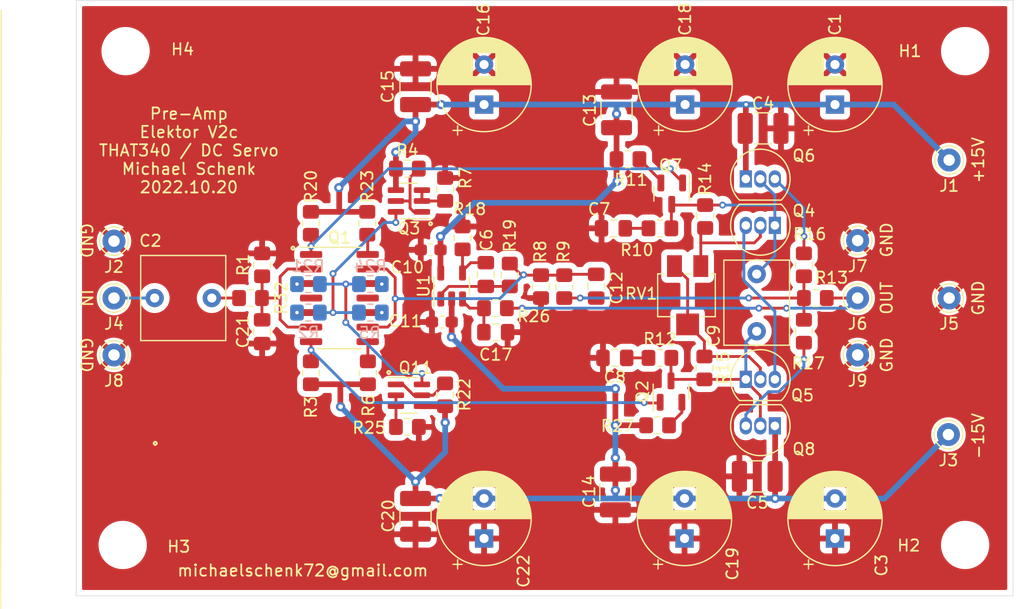
<source format=kicad_pcb>
(kicad_pcb (version 20211014) (generator pcbnew)
  (layers (0 "F.Cu" signal) (31 "B.Cu" signal) (34 "B.Paste" user) (35 "F.Paste" user) (36 "B.SilkS" user "B.Silkscreen") (37 "F.SilkS" user "F.Silkscreen") (38 "B.Mask" user) (39 "F.Mask" user) (44 "Edge.Cuts" user))
  (net 0 "")
  (net 1 "GND")
  (net 2 "+15V")
  (net 3 "Net-(C2-Pad2)")
  (net 4 "Net-(C2-Pad1)")
  (net 5 "-15V")
  (net 6 "Net-(C7-Pad2)")
  (net 7 "Net-(Q2-Pad2)")
  (net 8 "Net-(Q7-Pad2)")
  (net 9 "Net-(C12-Pad2)")
  (net 10 "Net-(C12-Pad1)")
  (net 11 "Net-(Q11-Pad1)")
  (net 12 "Net-(Q11-Pad6)")
  (net 13 "Net-(Q11-Pad2)")
  (net 14 "Net-(Q3-Pad6)")
  (net 15 "Net-(Q3-Pad1)")
  (net 16 "Net-(Q3-Pad2)")
  (net 17 "Net-(C8-Pad1)")
  (net 18 "Net-(C9-Pad2)")
  (net 19 "Net-(C9-Pad1)")
  (net 20 "Net-(Q4-Pad3)")
  (net 21 "Net-(Q4-Pad2)")
  (net 22 "Net-(Q5-Pad2)")
  (net 23 "Net-(Q6-Pad3)")
  (net 24 "Net-(Q8-Pad3)")
  (net 25 "Net-(C21-Pad2)")
  (net 26 "Net-(C6-Pad2)")
  (net 27 "DCSERVO_OUT")
  (net 28 "Net-(C17-Pad2)")
  (net 29 "DCSERVO_IN")
  (net 30 "Net-(Q7-Pad1)")
  (net 31 "Net-(R21-Pad1)")
  (net 33 "Net-(R2-Pad2)")
  (net 34 "Net-(Q2-Pad1)")
  (net 35 "Net-(R6-Pad1)")
  (net 36 "Net-(R5-Pad2)")
  (net 38 "Net-(R24-Pad1)")
  (net 39 "Net-(R23-Pad2)")
  (footprint "Capacitor_THT:CP_Radial_D8.0mm_P3.50mm" (layer "F.Cu") (at 188.2648 105.0036 90)
    (fp_text reference "C1")
    (fp_text value "220uF")
  )
  (footprint "Capacitor_THT:C_Rect_L7.2mm_W7.2mm_P5.00mm_FKS2_FKP2_MKS2_MKP2" (layer "F.Cu") (at 133.778 121.92 180)
    (fp_text reference "C2")
    (fp_text value "3.3uF")
  )
  (footprint "Capacitor_SMD:C_1210_3225Metric_Pad1.33x2.70mm_HandSolder" (layer "F.Cu") (at 181.4699 137.5156 180)
    (fp_text reference "C5")
    (fp_text value "100nF")
  )
  (footprint "Connector_Pin:Pin_D1.0mm_L10.0mm" (layer "F.Cu") (at 125.222 116.9416)
    (fp_text reference "J2")
    (fp_text value "Conn_01x01")
  )
  (footprint "Connector_Pin:Pin_D1.0mm_L10.0mm" (layer "F.Cu") (at 125.222 121.92)
    (fp_text reference "J4")
    (fp_text value "Conn_01x01")
  )
  (footprint "Package_TO_SOT_SMD:SOT-23" (layer "F.Cu") (at 173.99 112.792 -90)
    (fp_text reference "Q7")
    (fp_text value "BC860C")
  )
  (footprint "Resistor_SMD:R_0805_2012Metric_Pad1.20x1.40mm_HandSolder" (layer "F.Cu") (at 138.176 119.015 90)
    (fp_text reference "R1")
    (fp_text value "10k")
  )
  (footprint "Resistor_SMD:R_0805_2012Metric_Pad1.20x1.40mm_HandSolder" (layer "F.Cu") (at 142.4432 128.4572 -90)
    (fp_text reference "R3")
    (fp_text value "806R")
  )
  (footprint "Resistor_SMD:R_0805_2012Metric_Pad1.20x1.40mm_HandSolder" (layer "F.Cu") (at 150.8727 110.604452)
    (fp_text reference "R4")
    (fp_text value "140R")
  )
  (footprint "Resistor_SMD:R_0805_2012Metric_Pad1.20x1.40mm_HandSolder" (layer "F.Cu") (at 147.4216 128.4572 -90)
    (fp_text reference "R6")
    (fp_text value "806R")
  )
  (footprint "Resistor_SMD:R_0805_2012Metric_Pad1.20x1.40mm_HandSolder" (layer "F.Cu") (at 164.592 120.92 90)
    (fp_text reference "R9")
    (fp_text value "10k")
  )
  (footprint "MountingHole:MountingHole_3.2mm_M3" (layer "F.Cu") (at 199.644 143.51)
    (fp_text reference "H2")
    (fp_text value "MountingHole")
  )
  (footprint "MountingHole:MountingHole_3.2mm_M3" (layer "F.Cu") (at 199.644 100.33)
    (fp_text reference "H1")
    (fp_text value "MountingHole")
  )
  (footprint "Resistor_SMD:R_0805_2012Metric_Pad1.20x1.40mm_HandSolder" (layer "F.Cu") (at 170.164 109.7788)
    (fp_text reference "R11")
    (fp_text value "249R")
  )
  (footprint "MountingHole:MountingHole_3.2mm_M3" (layer "F.Cu") (at 126.238 100.33)
    (fp_text reference "H4")
    (fp_text value "MountingHole")
  )
  (footprint "Resistor_SMD:R_0805_2012Metric_Pad1.20x1.40mm_HandSolder" (layer "F.Cu") (at 162.56 120.92 -90)
    (fp_text reference "R8")
    (fp_text value "10k")
  )
  (footprint "Capacitor_SMD:C_0805_2012Metric_Pad1.18x1.45mm_HandSolder" (layer "F.Cu") (at 167.386 120.8825 90)
    (fp_text reference "C12")
    (fp_text value "6.8pF")
  )
  (footprint "Capacitor_SMD:C_1210_3225Metric_Pad1.33x2.70mm_HandSolder" (layer "F.Cu") (at 169.0624 138.8749 -90)
    (fp_text reference "C14")
    (fp_text value "100nF")
  )
  (footprint "Resistor_SMD:R_0805_2012Metric_Pad1.20x1.40mm_HandSolder" (layer "F.Cu") (at 154.178 112.423852 90)
    (fp_text reference "R7")
    (fp_text value "10k")
  )
  (footprint "Connector_Pin:Pin_D1.0mm_L10.0mm" (layer "F.Cu") (at 190.246 121.92)
    (fp_text reference "J6")
    (fp_text value "Conn_01x01")
  )
  (footprint "Connector_Pin:Pin_D1.0mm_L10.0mm" (layer "F.Cu") (at 190.246 116.8908)
    (fp_text reference "J7")
    (fp_text value "Conn_01x01")
  )
  (footprint "Resistor_SMD:R_0805_2012Metric_Pad1.20x1.40mm_HandSolder" (layer "F.Cu") (at 142.4432 115.3828 -90)
    (fp_text reference "R20")
    (fp_text value "806R")
  )
  (footprint "Resistor_SMD:R_0805_2012Metric_Pad1.20x1.40mm_HandSolder" (layer "F.Cu") (at 154.170093 130.3814 -90)
    (fp_text reference "R22")
    (fp_text value "140R")
  )
  (footprint "Resistor_SMD:R_0805_2012Metric_Pad1.20x1.40mm_HandSolder" (layer "F.Cu") (at 147.3708 115.3828 -90)
    (fp_text reference "R23")
    (fp_text value "806R")
  )
  (footprint "Resistor_SMD:R_0805_2012Metric_Pad1.20x1.40mm_HandSolder" (layer "F.Cu") (at 150.877493 133.1914 180)
    (fp_text reference "R25")
    (fp_text value "10k")
  )
  (footprint "Resistor_SMD:R_0805_2012Metric_Pad1.20x1.40mm_HandSolder" (layer "F.Cu") (at 172.7548 133.0452 180)
    (fp_text reference "R27")
    (fp_text value "249R")
  )
  (footprint "Connector_Pin:Pin_D1.0mm_L10.0mm" (layer "F.Cu") (at 198.247 109.855)
    (fp_text reference "J1")
    (fp_text value "Conn_01x01")
  )
  (footprint "Connector_Pin:Pin_D1.0mm_L10.0mm" (layer "F.Cu") (at 198.1835 133.858)
    (fp_text reference "J3")
    (fp_text value "Conn_01x01")
  )
  (footprint "Connector_Pin:Pin_D1.0mm_L10.0mm" (layer "F.Cu") (at 198.247 121.92)
    (fp_text reference "J5")
    (fp_text value "Conn_01x01")
  )
  (footprint "Capacitor_THT:CP_Radial_D8.0mm_P3.50mm" (layer "F.Cu") (at 175.1584 105 90)
    (fp_text reference "C18")
    (fp_text value "220uF")
  )
  (footprint "Capacitor_THT:CP_Radial_D8.0mm_P3.50mm" (layer "F.Cu") (at 175.1076 142.946 90)
    (fp_text reference "C19")
    (fp_text value "220uF")
  )
  (footprint "Resistor_SMD:R_0805_2012Metric_Pad1.20x1.40mm_HandSolder" (layer "F.Cu") (at 186.547 121.92 180)
    (fp_text reference "R13")
    (fp_text value "47R")
  )
  (footprint "Package_SO:SC-74-6_1.5x2.9mm_P0.95mm" (layer "F.Cu") (at 151.0102 113.434052 180)
    (fp_text reference "Q3")
    (fp_text value "BCM857DS,115")
  )
  (footprint "Package_SO:SC-74-6_1.5x2.9mm_P0.95mm" (layer "F.Cu") (at 151.010293 130.4203)
    (fp_text reference "Q11")
    (fp_text value "BCM847DS,115")
  )
  (footprint "Capacitor_SMD:C_1210_3225Metric_Pad1.33x2.70mm_HandSolder" (layer "F.Cu") (at 169.164 105.4608 -90)
    (fp_text reference "C13")
    (fp_text value "100nF")
  )
  (footprint "Capacitor_SMD:C_0805_2012Metric_Pad1.18x1.45mm_HandSolder" (layer "F.Cu") (at 168.8885 115.824)
    (fp_text reference "C7")
    (fp_text value "150p")
  )
  (footprint "Capacitor_SMD:C_0805_2012Metric_Pad1.18x1.45mm_HandSolder" (layer "F.Cu") (at 169.0155 127.1524 180)
    (fp_text reference "C8")
    (fp_text value "150p")
  )
  (footprint "Capacitor_THT:C_Rect_L7.2mm_W5.5mm_P5.00mm_FKS2_FKP2_MKS2_MKP2" (layer "F.Cu") (at 181.4195 124.8245 90)
    (fp_text reference "C9")
    (fp_text value "1uF")
  )
  (footprint "Package_TO_SOT_SMD:SOT-23" (layer "F.Cu") (at 173.9265 130.0955 90)
    (fp_text reference "Q2")
    (fp_text value "BC850C")
  )
  (footprint "Package_TO_SOT_THT:TO-92_Inline" (layer "F.Cu") (at 183.007 115.57 180)
    (fp_text reference "Q4")
    (fp_text value "BC550C")
  )
  (footprint "Package_TO_SOT_THT:TO-92_Inline" (layer "F.Cu") (at 180.467 129.032)
    (fp_text reference "Q5")
    (fp_text value "BC560C")
  )
  (footprint "Package_TO_SOT_THT:TO-92_Inline" (layer "F.Cu") (at 180.467 111.506)
    (fp_text reference "Q6")
    (fp_text value "BC337-40")
  )
  (footprint "Package_TO_SOT_THT:TO-92_Inline" (layer "F.Cu") (at 183.007 133.096 180)
    (fp_text reference "Q8")
    (fp_text value "BC327-40")
  )
  (footprint "Resistor_SMD:R_0805_2012Metric_Pad1.20x1.40mm_HandSolder" (layer "F.Cu") (at 172.958 115.824 180)
    (fp_text reference "R10")
    (fp_text value "10k")
  )
  (footprint "Resistor_SMD:R_0805_2012Metric_Pad1.20x1.40mm_HandSolder" (layer "F.Cu") (at 172.958 127.1524)
    (fp_text reference "R12")
    (fp_text value "10k")
  )
  (footprint "Resistor_SMD:R_0805_2012Metric_Pad1.20x1.40mm_HandSolder" (layer "F.Cu") (at 176.911 114.792 -90)
    (fp_text reference "R14")
    (fp_text value "390R")
  )
  (footprint "Resistor_SMD:R_0805_2012Metric_Pad1.20x1.40mm_HandSolder" (layer "F.Cu") (at 176.8475 128.032 -90)
    (fp_text reference "R15")
    (fp_text value "390R")
  )
  (footprint "Resistor_SMD:R_0805_2012Metric_Pad1.20x1.40mm_HandSolder" (layer "F.Cu") (at 185.547 119.015 -90)
    (fp_text reference "R16")
    (fp_text value "10R")
  )
  (footprint "Resistor_SMD:R_0805_2012Metric_Pad1.20x1.40mm_HandSolder" (layer "F.Cu") (at 185.547 124.825 -90)
    (fp_text reference "R17")
    (fp_text value "10R")
  )
  (footprint "Potentiometer_SMD:Potentiometer_Bourns_3214X_Vertical" (layer "F.Cu") (at 175.38 121.676)
    (fp_text reference "RV1")
    (fp_text value "10k")
  )
  (footprint "MountingHole:MountingHole_3.2mm_M3" (layer "F.Cu") (at 125.984 143.51)
    (fp_text reference "H3")
    (fp_text value "MountingHole")
  )
  (footprint "Capacitor_SMD:C_1210_3225Metric_Pad1.33x2.70mm_HandSolder" (layer "F.Cu") (at 181.9779 107.0864 180)
    (fp_text reference "C4")
    (fp_text value "100nF")
  )
  (footprint "Capacitor_THT:CP_Radial_D8.0mm_P3.50mm" (layer "F.Cu") (at 188.2648 142.946 90)
    (fp_text reference "C3")
    (fp_text value "220uF")
  )
  (footprint "Capacitor_SMD:C_0805_2012Metric_Pad1.18x1.45mm_HandSolder" (layer "F.Cu") (at 138.176 124.8625 90)
    (fp_text reference "C21")
    (fp_text value "33p")
  )
  (footprint "Resistor_SMD:R_0805_2012Metric_Pad1.20x1.40mm_HandSolder" (layer "F.Cu") (at 137.16 121.92 180)
    (fp_text reference "R32")
    (fp_text value "470R")
  )
  (footprint "Capacitor_SMD:C_0805_2012Metric_Pad1.18x1.45mm_HandSolder" (layer "F.Cu") (at 157.734 119.8665 90)
    (fp_text reference "C6")
    (fp_text value "1uF")
  )
  (footprint "Capacitor_SMD:C_0603_1608Metric_Pad1.08x0.95mm_HandSolder" (layer "F.Cu") (at 152.9091 117.7036)
    (fp_text reference "C10")
    (fp_text value "100nF")
  )
  (footprint "Capacitor_SMD:C_0603_1608Metric_Pad1.08x0.95mm_HandSolder" (layer "F.Cu") (at 153.887 124.0155)
    (fp_text reference "C11")
    (fp_text value "100nF")
  )
  (footprint "Capacitor_SMD:C_0805_2012Metric_Pad1.18x1.45mm_HandSolder" (layer "F.Cu") (at 158.6015 124.9045 180)
    (fp_text reference "C17")
    (fp_text value "1uF")
  )
  (footprint "Resistor_SMD:R_0805_2012Metric_Pad1.20x1.40mm_HandSolder" (layer "F.Cu") (at 155.702 116.6655 90)
    (fp_text reference "R18")
    (fp_text value "100k")
  )
  (footprint "Resistor_SMD:R_0805_2012Metric_Pad1.20x1.40mm_HandSolder" (layer "F.Cu") (at 159.8295 119.904 90)
    (fp_text reference "R19")
    (fp_text value "10k")
  )
  (footprint "Resistor_SMD:R_0805_2012Metric_Pad1.20x1.40mm_HandSolder" (layer "F.Cu") (at 158.5755 122.809 180)
    (fp_text reference "R26")
    (fp_text value "100k")
  )
  (footprint "Package_TO_SOT_SMD:TSOT-23-5" (layer "F.Cu") (at 154.747 120.864 90)
    (fp_text reference "U1")
    (fp_text value "OPA188xxDBV")
  )
  (footprint "Capacitor_SMD:C_1210_3225Metric_Pad1.33x2.70mm_HandSolder" (layer "F.Cu") (at 151.5872 141.0085 -90)
    (fp_text reference "C20")
    (fp_text value "100nF")
  )
  (footprint "Capacitor_THT:CP_Radial_D8.0mm_P3.50mm" (layer "F.Cu") (at 157.5816 142.946 90)
    (fp_text reference "C22")
    (fp_text value "220uF")
  )
  (footprint "Capacitor_SMD:C_1210_3225Metric_Pad1.33x2.70mm_HandSolder" (layer "F.Cu") (at 151.5872 103.4411 -90)
    (fp_text reference "C15")
    (fp_text value "100nF")
  )
  (footprint "Connector_Pin:Pin_D1.0mm_L10.0mm" (layer "F.Cu") (at 125.222 126.8984)
    (fp_text reference "J8")
    (fp_text value "Conn_01x01")
  )
  (footprint "Connector_Pin:Pin_D1.0mm_L10.0mm" (layer "F.Cu") (at 190.246 126.8984)
    (fp_text reference "J9")
    (fp_text value "Conn_01x01")
  )
  (footprint "Capacitor_THT:CP_Radial_D8.0mm_P3.50mm" (layer "F.Cu") (at 157.5816 105.0036 90)
    (fp_text reference "C16")
    (fp_text value "220uF")
  )
  (footprint "Package_SO:SOIC-14_3.9x8.7mm_P1.27mm" (layer "F.Cu") (at 144.9324 121.92)
    (fp_text reference "Q1")
    (fp_text value "THAT340")
  )
  (footprint "Resistor_SMD:R_0805_2012Metric_Pad1.20x1.40mm_HandSolder" (layer "B.Cu") (at 142.224 123.19 180)
    (fp_text reference "R2")
    (fp_text value "80.6R")
  )
  (footprint "Resistor_SMD:R_0805_2012Metric_Pad1.20x1.40mm_HandSolder" (layer "B.Cu") (at 147.6408 123.19)
    (fp_text reference "R5")
    (fp_text value "80.6R")
  )
  (footprint "Resistor_SMD:R_0805_2012Metric_Pad1.20x1.40mm_HandSolder" (layer "B.Cu") (at 142.224 120.7008)
    (fp_text reference "R21")
    (fp_text value "80.6R")
  )
  (footprint "Resistor_SMD:R_0805_2012Metric_Pad1.20x1.40mm_HandSolder" (layer "B.Cu") (at 147.6408 120.7008 180)
    (fp_text reference "R24")
    (fp_text value "80.6R")
  )
  (gr_line (start 115.3668 96.774) (end 115.316 149.0472) (layer "F.SilkS") (width 0.12))
  (gr_line (start 203.835 95.885) (end 121.92 95.885) (layer "Edge.Cuts") (width 0.05))
  (gr_line (start 203.835 147.955) (end 203.835 95.885) (layer "Edge.Cuts") (width 0.05))
  (gr_line (start 121.92 147.955) (end 203.835 147.955) (layer "Edge.Cuts") (width 0.05))
  (gr_line (start 121.92 96.52) (end 121.92 147.955) (layer "Edge.Cuts") (width 0.05))
  (gr_line (start 121.92 95.885) (end 121.92 96.52) (layer "Edge.Cuts") (width 0.05))
  (gr_text "GND" (at 192.786 116.84 90) (layer "F.SilkS") (effects (font (size 1 1))))
  (gr_text "OUT" (at 192.786 121.92 90) (layer "F.SilkS") (effects (font (size 1 1))))
  (gr_text "michaelschenk72@gmail.com" (at 141.732 145.7452) (layer "F.SilkS") (effects (font (size 1 1))))
  (gr_text "GND" (at 200.787 121.92 90) (layer "F.SilkS") (effects (font (size 1 1))))
  (gr_text "+15V" (at 200.787 109.855 90) (layer "F.SilkS") (effects (font (size 1 1))))
  (gr_text "-15V" (at 200.787 133.985 90) (layer "F.SilkS") (effects (font (size 1 1))))
  (gr_text "Pre-Amp\nElektor V2c\nTHAT340 / DC Servo\nMichael Schenk\n2022.10.20" (at 131.7752 109.0168) (layer "F.SilkS") (effects (font (size 1 1))))
  (gr_text "°" (at 149.2504 128.8288) (layer "F.SilkS") (effects (font (size 1 1))))
  (gr_text "°" (at 140.8684 117.9576) (layer "F.SilkS") (effects (font (size 1 1))))
  (gr_text "IN" (at 122.809 121.92 270) (layer "F.SilkS") (effects (font (size 1 1))))
  (gr_text "GND" (at 192.786 126.8984 90) (layer "F.SilkS") (effects (font (size 1 1))))
  (gr_text "GND" (at 122.809 116.8908 270) (layer "F.SilkS") (effects (font (size 1 1))))
  (gr_text "GND" (at 122.809 126.8984 270) (layer "F.SilkS") (effects (font (size 1 1))))
  (gr_text "°" (at 128.8288 135.0264) (layer "F.SilkS") (effects (font (size 1 1))))
  (gr_text "°" (at 152.908 115.824) (layer "F.SilkS") (effects (font (size 1 1))))
  (segment (start 169.164 111.6584) (end 169.2148 111.7092) (width 0.5) (layer "F.Cu") (net 2))
  (segment (start 151.5872 105.0036) (end 153.8224 105.0036) (width 0.5) (layer "F.Cu") (net 2))
  (segment (start 169.164 109.7788) (end 169.164 111.6584) (width 0.5) (layer "F.Cu") (net 2))
  (segment (start 147.3708 114.3828) (end 144.9136 114.3828) (width 0.5) (layer "F.Cu") (net 2))
  (segment (start 153.7716 117.7036) (end 153.7716 116.5352) (width 0.5) (layer "F.Cu") (net 2))
  (segment (start 144.9136 114.3828) (end 144.9136 112.3) (width 0.5) (layer "F.Cu") (net 2))
  (segment (start 153.7716 119.5286) (end 153.797 119.554) (width 0.5) (layer "F.Cu") (net 2))
  (segment (start 149.8727 109.1819) (end 149.86 109.1692) (width 0.5) (layer "F.Cu") (net 2))
  (segment (start 151.5872 105.0036) (end 151.5872 106.4768) (width 0.5) (layer "F.Cu") (net 2))
  (segment (start 144.9136 114.3828) (end 142.4432 114.3828) (width 0.5) (layer "F.Cu") (net 2))
  (segment (start 180.467 111.506) (end 180.467 107.061) (width 0.5) (layer "F.Cu") (net 2))
  (segment (start 169.164 107.0233) (end 169.164 105.8164) (width 0.5) (layer "F.Cu") (net 2))
  (segment (start 149.8727 110.604452) (end 149.8727 112.484052) (width 0.5) (layer "F.Cu") (net 2))
  (segment (start 169.164 107.0233) (end 169.164 109.7788) (width 0.5) (layer "F.Cu") (net 2))
  (segment (start 144.9136 112.3) (end 144.8816 112.268) (width 0.5) (layer "F.Cu") (net 2))
  (segment (start 180.467 105.0218) (end 180.4888 105) (width 0.5) (layer "F.Cu") (net 2))
  (segment (start 180.467 107.061) (end 180.467 105.0218) (width 0.5) (layer "F.Cu") (net 2))
  (segment (start 153.7716 117.7036) (end 153.7716 119.5286) (width 0.5) (layer "F.Cu") (net 2))
  (segment (start 149.8727 110.604452) (end 149.8727 109.1819) (width 0.5) (layer "F.Cu") (net 2))
  (via (at 169.164 105.8164) (size 0.8) (drill 0.4) (layers "F.Cu" "B.Cu") (net 2))
  (via (at 153.8224 105.0036) (size 0.8) (drill 0.4) (layers "F.Cu" "B.Cu") (net 2))
  (via (at 144.8816 112.268) (size 0.8) (drill 0.4) (layers "F.Cu" "B.Cu") (net 2))
  (via (at 180.4888 105) (size 0.6) (drill 0.3) (layers "F.Cu" "B.Cu") (net 2))
  (via (at 149.86 109.1692) (size 0.8) (drill 0.4) (layers "F.Cu" "B.Cu") (net 2))
  (via (at 153.7716 116.5352) (size 0.8) (drill 0.4) (layers "F.Cu" "B.Cu") (net 2))
  (via (at 151.5872 106.4768) (size 0.8) (drill 0.4) (layers "F.Cu" "B.Cu") (net 2))
  (via (at 169.2148 111.7092) (size 0.8) (drill 0.4) (layers "F.Cu" "B.Cu") (net 2))
  (segment (start 198.247 109.855) (end 193.3956 105.0036) (width 0.5) (layer "B.Cu") (net 2))
  (segment (start 167.3352 113.5888) (end 169.2148 111.7092) (width 0.5) (layer "B.Cu") (net 2))
  (segment (start 169.164 105.0472) (end 169.1168 105) (width 0.5) (layer "B.Cu") (net 2))
  (segment (start 144.8816 112.268) (end 150.6728 106.4768) (width 0.5) (layer "B.Cu") (net 2))
  (segment (start 151.5872 106.4768) (end 151.5872 107.442) (width 0.5) (layer "B.Cu") (net 2))
  (segment (start 156.718 113.5888) (end 167.3352 113.5888) (width 0.5) (layer "B.Cu") (net 2))
  (segment (start 153.8224 105.0036) (end 157.5816 105.0036) (width 0.5) (layer "B.Cu") (net 2))
  (segment (start 150.6728 106.4768) (end 151.5872 106.4768) (width 0.5) (layer "B.Cu") (net 2))
  (segment (start 193.3956 105.0036) (end 188 105.0036) (width 0.5) (layer "B.Cu") (net 2))
  (segment (start 153.7716 116.5352) (end 156.718 113.5888) (width 0.5) (layer "B.Cu") (net 2))
  (segment (start 169.1168 105) (end 180.4888 105) (width 0.5) (layer "B.Cu") (net 2))
  (segment (start 157.5852 105) (end 157.5816 105.0036) (width 0.5) (layer "B.Cu") (net 2))
  (segment (start 151.5872 107.442) (end 149.86 109.1692) (width 0.5) (layer "B.Cu") (net 2))
  (segment (start 180.4888 105) (end 187.9964 105) (width 0.5) (layer "B.Cu") (net 2))
  (segment (start 169.164 105.8164) (end 169.164 105.0472) (width 0.5) (layer "B.Cu") (net 2))
  (segment (start 187.9964 105) (end 188 105.0036) (width 0.5) (layer "B.Cu") (net 2))
  (segment (start 169.1168 105) (end 157.5852 105) (width 0.5) (layer "B.Cu") (net 2))
  (segment (start 125.222 121.92) (end 128.778 121.92) (width 0.25) (layer "B.Cu") (net 3))
  (segment (start 133.778 121.92) (end 136.16 121.92) (width 0.25) (layer "F.Cu") (net 4))
  (segment (start 169.0624 133.0452) (end 169.0624 129.8448) (width 0.5) (layer "F.Cu") (net 5))
  (segment (start 169.0624 137.3124) (end 169.0624 138.7348) (width 0.5) (layer "F.Cu") (net 5))
  (segment (start 154.170093 131.3814) (end 152.158893 131.3814) (width 0.5) (layer "F.Cu") (net 5))
  (segment (start 183.0324 133.1214) (end 183.007 133.096) (width 0.5) (layer "F.Cu") (net 5))
  (segment (start 183.0324 137.5156) (end 183.0324 139.446) (width 0.5) (layer "F.Cu") (net 5))
  (segment (start 147.4216 129.4572) (end 145.0152 129.4572) (width 0.5) (layer "F.Cu") (net 5))
  (segment (start 151.5872 139.446) (end 151.5872 137.9728) (width 0.5) (layer "F.Cu") (net 5))
  (segment (start 154.170093 131.3814) (end 154.170093 132.7977) (width 0.5) (layer "F.Cu") (net 5))
  (segment (start 154.7495 124.0155) (end 154.7495 122.1765) (width 0.5) (layer "F.Cu") (net 5))
  (segment (start 169.0624 137.3124) (end 169.0624 135.89) (width 0.5) (layer "F.Cu") (net 5))
  (segment (start 154.7495 125.3109) (end 154.7368 125.3236) (width 0.5) (layer "F.Cu") (net 5))
  (segment (start 154.7495 124.0155) (end 154.7495 125.3109) (width 0.5) (layer "F.Cu") (net 5))
  (segment (start 154.7495 122.1765) (end 154.747 122.174) (width 0.5) (layer "F.Cu") (net 5))
  (segment (start 145.0152 129.4572) (end 142.4432 129.4572) (width 0.5) (layer "F.Cu") (net 5))
  (segment (start 171.7548 133.0452) (end 169.0624 133.0452) (width 0.5) (layer "F.Cu") (net 5))
  (segment (start 151.5872 139.446) (end 153.7208 139.446) (width 0.5) (layer "F.Cu") (net 5))
  (segment (start 145.0152 131.4008) (end 145.034 131.4196) (width 0.5) (layer "F.Cu") (net 5))
  (segment (start 145.0152 129.4572) (end 145.0152 131.4008) (width 0.5) (layer "F.Cu") (net 5))
  (segment (start 183.0324 137.5156) (end 183.0324 133.1214) (width 0.5) (layer "F.Cu") (net 5))
  (segment (start 152.158893 131.3814) (end 152.147793 131.3703) (width 0.5) (layer "F.Cu") (net 5))
  (via (at 151.5872 137.9728) (size 0.8) (drill 0.4) (layers "F.Cu" "B.Cu") (net 5))
  (via (at 169.0624 129.8448) (size 0.8) (drill 0.4) (layers "F.Cu" "B.Cu") (net 5))
  (via (at 169.0624 135.89) (size 0.8) (drill 0.4) (layers "F.Cu" "B.Cu") (net 5))
  (via (at 154.182793 132.8104) (size 0.8) (drill 0.4) (layers "F.Cu" "B.Cu") (net 5))
  (via (at 154.7368 125.3236) (size 0.8) (drill 0.4) (layers "F.Cu" "B.Cu") (net 5))
  (via (at 145.034 131.4196) (size 0.8) (drill 0.4) (layers "F.Cu" "B.Cu") (net 5))
  (via (at 183.0324 139.446) (size 0.8) (drill 0.4) (layers "F.Cu" "B.Cu") (net 5))
  (via (at 169.0624 138.7348) (size 0.8) (drill 0.4) (layers "F.Cu" "B.Cu") (net 5))
  (via (at 153.7208 139.446) (size 0.8) (drill 0.4) (layers "F.Cu" "B.Cu") (net 5))
  (via (at 169.0624 133.0452) (size 0.8) (drill 0.4) (layers "F.Cu" "B.Cu") (net 5))
  (segment (start 157.5816 139.446) (end 153.7208 139.446) (width 0.5) (layer "B.Cu") (net 5))
  (segment (start 169.0624 139.3952) (end 169.1132 139.446) (width 0.5) (layer "B.Cu") (net 5))
  (segment (start 154.182793 132.8104) (end 154.182793 135.377207) (width 0.5) (layer "B.Cu") (net 5))
  (segment (start 188.2648 139.446) (end 183.0324 139.446) (width 0.5) (layer "B.Cu") (net 5))
  (segment (start 183.0324 139.446) (end 175.1076 139.446) (width 0.5) (layer "B.Cu") (net 5))
  (segment (start 169.1132 139.446) (end 157.5816 139.446) (width 0.5) (layer "B.Cu") (net 5))
  (segment (start 175.1076 139.446) (end 169.1132 139.446) (width 0.5) (layer "B.Cu") (net 5))
  (segment (start 154.182793 135.377207) (end 151.5872 137.9728) (width 0.5) (layer "B.Cu") (net 5))
  (segment (start 169.0624 135.89) (end 169.0624 133.0452) (width 0.5) (layer "B.Cu") (net 5))
  (segment (start 145.034 131.4196) (end 151.5872 137.9728) (width 0.5) (layer "B.Cu") (net 5))
  (segment (start 169.0624 138.7348) (end 169.0624 139.3952) (width 0.5) (layer "B.Cu") (net 5))
  (segment (start 159.258 129.8448) (end 169.0624 129.8448) (width 0.5) (layer "B.Cu") (net 5))
  (segment (start 192.5955 139.446) (end 198.1835 133.858) (width 0.5) (layer "B.Cu") (net 5))
  (segment (start 188.2648 139.446) (end 192.5955 139.446) (width 0.5) (layer "B.Cu") (net 5))
  (segment (start 154.7368 125.3236) (end 159.258 129.8448) (width 0.5) (layer "B.Cu") (net 5))
  (segment (start 171.958 115.824) (end 169.926 115.824) (width 0.25) (layer "F.Cu") (net 6))
  (segment (start 174.8765 131.9235) (end 173.7548 133.0452) (width 0.25) (layer "F.Cu") (net 7))
  (segment (start 174.8765 131.033) (end 174.8765 131.9235) (width 0.25) (layer "F.Cu") (net 7))
  (segment (start 173.04 111.8545) (end 173.04 111.6548) (width 0.25) (layer "F.Cu") (net 8))
  (segment (start 173.04 111.6548) (end 171.164 109.7788) (width 0.25) (layer "F.Cu") (net 8))
  (segment (start 161.068 119.92) (end 161.036 119.888) (width 0.25) (layer "F.Cu") (net 9))
  (segment (start 162.56 119.92) (end 161.068 119.92) (width 0.25) (layer "F.Cu") (net 9))
  (segment (start 164.667 119.845) (end 164.592 119.92) (width 0.25) (layer "F.Cu") (net 9))
  (segment (start 147.4074 119.38) (end 149.0472 119.38) (width 0.25) (layer "F.Cu") (net 9))
  (segment (start 149.1488 124.46) (end 147.4074 124.46) (width 0.25) (layer "F.Cu") (net 9))
  (segment (start 149.8092 121.9708) (end 149.8092 123.7996) (width 0.25) (layer "F.Cu") (net 9))
  (segment (start 161.036 119.888) (end 160.8135 119.888) (width 0.25) (layer "F.Cu") (net 9))
  (segment (start 160.8135 119.888) (end 159.8295 118.904) (width 0.25) (layer "F.Cu") (net 9))
  (segment (start 167.386 119.845) (end 164.667 119.845) (width 0.25) (layer "F.Cu") (net 9))
  (segment (start 149.0472 119.38) (end 149.8092 120.142) (width 0.25) (layer "F.Cu") (net 9))
  (segment (start 164.592 119.92) (end 162.56 119.92) (width 0.25) (layer "F.Cu") (net 9))
  (segment (start 149.8092 120.142) (end 149.8092 121.9708) (width 0.25) (layer "F.Cu") (net 9))
  (segment (start 149.8092 123.7996) (end 149.1488 124.46) (width 0.25) (layer "F.Cu") (net 9))
  (via (at 161.036 119.888) (size 0.6) (drill 0.3) (layers "F.Cu" "B.Cu") (net 9))
  (via (at 149.8092 121.9708) (size 0.6) (drill 0.3) (layers "F.Cu" "B.Cu") (net 9))
  (segment (start 149.8092 121.9708) (end 158.9532 121.9708) (width 0.25) (layer "B.Cu") (net 9))
  (segment (start 158.9532 121.9708) (end 161.036 119.888) (width 0.25) (layer "B.Cu") (net 9))
  (segment (start 185.547 123.825) (end 185.547 121.92) (width 0.25) (layer "F.Cu") (net 10))
  (segment (start 185.547 121.92) (end 185.547 120.015) (width 0.25) (layer "F.Cu") (net 10))
  (segment (start 165.989 121.92) (end 167.386 121.92) (width 0.25) (layer "F.Cu") (net 10))
  (segment (start 165.989 121.92) (end 164.592 121.92) (width 0.25) (layer "F.Cu") (net 10))
  (segment (start 180.721 121.92) (end 185.547 121.92) (width 0.25) (layer "F.Cu") (net 10))
  (via (at 165.989 121.92) (size 0.6) (drill 0.3) (layers "F.Cu" "B.Cu") (net 10))
  (via (at 180.721 121.92) (size 0.6) (drill 0.3) (layers "F.Cu" "B.Cu") (net 10))
  (segment (start 165.989 121.92) (end 180.721 121.92) (width 0.25) (layer "B.Cu") (net 10))
  (segment (start 152.147793 130.4203) (end 153.131193 130.4203) (width 0.25) (layer "F.Cu") (net 11))
  (segment (start 150.485293 129.4703) (end 149.872793 129.4703) (width 0.25) (layer "F.Cu") (net 11))
  (segment (start 151.435293 130.4203) (end 150.485293 129.4703) (width 0.25) (layer "F.Cu") (net 11))
  (segment (start 152.147793 130.4203) (end 151.435293 130.4203) (width 0.25) (layer "F.Cu") (net 11))
  (segment (start 153.131193 130.4203) (end 154.170093 129.3814) (width 0.25) (layer "F.Cu") (net 11))
  (segment (start 152.147793 129.4703) (end 152.147793 128.525793) (width 0.25) (layer "F.Cu") (net 12))
  (segment (start 145.4912 120.7008) (end 145.4912 124.0536) (width 0.25) (layer "F.Cu") (net 12))
  (segment (start 152.147793 128.525793) (end 152.146 128.524) (width 0.25) (layer "F.Cu") (net 12))
  (via (at 145.4912 120.7008) (size 0.6) (drill 0.3) (layers "F.Cu" "B.Cu") (net 12))
  (via (at 152.146 128.524) (size 0.6) (drill 0.3) (layers "F.Cu" "B.Cu") (net 12))
  (via (at 145.4912 124.0536) (size 0.6) (drill 0.3) (layers "F.Cu" "B.Cu") (net 12))
  (segment (start 145.4912 120.7008) (end 146.6408 120.7008) (width 0.25) (layer "B.Cu") (net 12))
  (segment (start 149.9616 128.524) (end 152.146 128.524) (width 0.25) (layer "B.Cu") (net 12))
  (segment (start 145.4912 124.0536) (end 149.9616 128.524) (width 0.25) (layer "B.Cu") (net 12))
  (segment (start 143.224 120.7008) (end 145.4912 120.7008) (width 0.25) (layer "B.Cu") (net 12))
  (segment (start 149.877493 133.1914) (end 149.877493 131.375) (width 0.25) (layer "F.Cu") (net 13))
  (segment (start 149.877493 131.375) (end 149.872793 131.3703) (width 0.25) (layer "F.Cu") (net 13))
  (segment (start 149.872793 130.4203) (end 149.872793 131.3703) (width 0.25) (layer "F.Cu") (net 13))
  (segment (start 144.3736 123.19) (end 144.3736 119.7864) (width 0.25) (layer "F.Cu") (net 14))
  (segment (start 149.8727 115.3033) (end 149.86 115.316) (width 0.25) (layer "F.Cu") (net 14))
  (segment (start 149.8727 114.384052) (end 149.8727 115.3033) (width 0.25) (layer "F.Cu") (net 14))
  (via (at 149.86 115.316) (size 0.6) (drill 0.3) (layers "F.Cu" "B.Cu") (net 14))
  (via (at 144.3736 123.19) (size 0.6) (drill 0.3) (layers "F.Cu" "B.Cu") (net 14))
  (via (at 144.3736 119.7864) (size 0.6) (drill 0.3) (layers "F.Cu" "B.Cu") (net 14))
  (segment (start 144.3736 123.19) (end 143.224 123.19) (width 0.25) (layer "B.Cu") (net 14))
  (segment (start 148.844 115.316) (end 149.86 115.316) (width 0.25) (layer "B.Cu") (net 14))
  (segment (start 144.3736 119.7864) (end 148.844 115.316) (width 0.25) (layer "B.Cu") (net 14))
  (segment (start 146.6408 123.19) (end 144.3736 123.19) (width 0.25) (layer "B.Cu") (net 14))
  (segment (start 151.11019 113.556442) (end 151.11019 111.366962) (width 0.25) (layer "F.Cu") (net 15))
  (segment (start 151.4352 114.384052) (end 151.11019 114.059042) (width 0.25) (layer "F.Cu") (net 15))
  (segment (start 150.9878 113.434052) (end 151.11019 113.556442) (width 0.25) (layer "F.Cu") (net 15))
  (segment (start 151.11019 111.366962) (end 151.8727 110.604452) (width 0.25) (layer "F.Cu") (net 15))
  (segment (start 151.11019 114.059042) (end 151.11019 113.556442) (width 0.25) (layer "F.Cu") (net 15))
  (segment (start 149.8727 113.434052) (end 150.9878 113.434052) (width 0.25) (layer "F.Cu") (net 15))
  (segment (start 152.1477 114.384052) (end 151.4352 114.384052) (width 0.25) (layer "F.Cu") (net 15))
  (segment (start 154.1678 113.434052) (end 154.178 113.423852) (width 0.25) (layer "F.Cu") (net 16))
  (segment (start 152.1477 112.484052) (end 152.1477 113.434052) (width 0.25) (layer "F.Cu") (net 16))
  (segment (start 152.1477 113.434052) (end 154.1678 113.434052) (width 0.25) (layer "F.Cu") (net 16))
  (segment (start 171.958 127.1524) (end 170.053 127.1524) (width 0.25) (layer "F.Cu") (net 17))
  (segment (start 178.435 113.792) (end 176.911 113.792) (width 0.25) (layer "F.Cu") (net 18))
  (segment (start 173.958 113.824) (end 173.99 113.792) (width 0.25) (layer "F.Cu") (net 18))
  (segment (start 173.958 115.824) (end 173.958 113.824) (width 0.25) (layer "F.Cu") (net 18))
  (segment (start 173.99 113.792) (end 176.911 113.792) (width 0.25) (layer "F.Cu") (net 18))
  (via (at 178.435 113.792) (size 0.6) (drill 0.3) (layers "F.Cu" "B.Cu") (net 18))
  (segment (start 181.4195 119.8245) (end 183.007 118.237) (width 0.25) (layer "B.Cu") (net 18))
  (segment (start 183.007 113.792) (end 178.435 113.792) (width 0.25) (layer "B.Cu") (net 18))
  (segment (start 183.007 113.792) (end 183.007 112.933095) (width 0.25) (layer "B.Cu") (net 18))
  (segment (start 183.007 112.933095) (end 181.737 111.663095) (width 0.25) (layer "B.Cu") (net 18))
  (segment (start 183.007 115.57) (end 183.007 113.792) (width 0.25) (layer "B.Cu") (net 18))
  (segment (start 183.007 118.237) (end 183.007 115.57) (width 0.25) (layer "B.Cu") (net 18))
  (segment (start 181.737 111.663095) (end 181.737 111.506) (width 0.25) (layer "B.Cu") (net 18))
  (segment (start 173.9265 129.158) (end 173.9265 127.1839) (width 0.25) (layer "F.Cu") (net 19))
  (segment (start 180.467 129.189095) (end 180.467 129.032) (width 0.25) (layer "F.Cu") (net 19))
  (segment (start 173.9265 127.1839) (end 173.958 127.1524) (width 0.25) (layer "F.Cu") (net 19))
  (segment (start 176.8475 129.032) (end 173.99 129.032) (width 0.25) (layer "F.Cu") (net 19))
  (segment (start 180.467 129.032) (end 176.8475 129.032) (width 0.25) (layer "F.Cu") (net 19))
  (segment (start 173.99 129.032) (end 173.9265 129.0955) (width 0.25) (layer "F.Cu") (net 19))
  (segment (start 181.737 133.096) (end 181.737 130.459095) (width 0.25) (layer "F.Cu") (net 19))
  (segment (start 181.737 130.459095) (end 180.467 129.189095) (width 0.25) (layer "F.Cu") (net 19))
  (segment (start 181.4195 124.8245) (end 180.467 125.777) (width 0.25) (layer "B.Cu") (net 19))
  (segment (start 180.467 125.777) (end 180.467 129.032) (width 0.25) (layer "B.Cu") (net 19))
  (segment (start 183.007 123.077002) (end 180.294499 120.364501) (width 0.25) (layer "B.Cu") (net 20))
  (segment (start 180.294499 120.364501) (end 180.294499 115.742501) (width 0.25) (layer "B.Cu") (net 20))
  (segment (start 183.007 129.032) (end 183.007 123.077002) (width 0.25) (layer "B.Cu") (net 20))
  (segment (start 180.294499 115.742501) (end 180.467 115.57) (width 0.25) (layer "B.Cu") (net 20))
  (segment (start 181.213 117.094) (end 181.737 116.57) (width 0.25) (layer "F.Cu") (net 21))
  (segment (start 176.53 116.173) (end 176.911 115.792) (width 0.25) (layer "F.Cu") (net 21))
  (segment (start 181.737 116.57) (end 181.737 115.57) (width 0.25) (layer "F.Cu") (net 21))
  (segment (start 176.53 119.126) (end 176.53 117.094) (width 0.25) (layer "F.Cu") (net 21))
  (segment (start 176.53 117.094) (end 176.53 116.173) (width 0.25) (layer "F.Cu") (net 21))
  (segment (start 176.53 117.094) (end 181.213 117.094) (width 0.25) (layer "F.Cu") (net 21))
  (segment (start 175.38 124.226) (end 175.38 120.276) (width 0.25) (layer "F.Cu") (net 22))
  (segment (start 181.737 129.032) (end 181.737 128.032) (width 0.25) (layer "F.Cu") (net 22))
  (segment (start 176.8475 125.6935) (end 175.38 124.226) (width 0.25) (layer "F.Cu") (net 22))
  (segment (start 180.737 127.032) (end 176.8475 127.032) (width 0.25) (layer "F.Cu") (net 22))
  (segment (start 181.737 128.032) (end 180.737 127.032) (width 0.25) (layer "F.Cu") (net 22))
  (segment (start 175.38 120.276) (end 174.23 119.126) (width 0.25) (layer "F.Cu") (net 22))
  (segment (start 176.8475 127.032) (end 176.8475 125.6935) (width 0.25) (layer "F.Cu") (net 22))
  (segment (start 185.547 116.5225) (end 185.547 118.015) (width 0.25) (layer "F.Cu") (net 23))
  (via (at 185.547 116.5225) (size 0.6) (drill 0.3) (layers "F.Cu" "B.Cu") (net 23))
  (segment (start 185.547 114.046) (end 185.547 116.5225) (width 0.25) (layer "B.Cu") (net 23))
  (segment (start 183.007 111.506) (end 185.547 114.046) (width 0.25) (layer "B.Cu") (net 23))
  (segment (start 185.547 127.254) (end 185.547 125.825) (width 0.25) (layer "F.Cu") (net 24))
  (via (at 185.547 127.254) (size 0.6) (drill 0.3) (layers "F.Cu" "B.Cu") (net 24))
  (segment (start 182.45599 130.10701) (end 183.359085 130.10701) (width 0.25) (layer "B.Cu") (net 24))
  (segment (start 180.467 132.096) (end 182.45599 130.10701) (width 0.25) (layer "B.Cu") (net 24))
  (segment (start 185.547 127.919095) (end 185.547 127.254) (width 0.25) (layer "B.Cu") (net 24))
  (segment (start 180.467 133.096) (end 180.467 132.096) (width 0.25) (layer "B.Cu") (net 24))
  (segment (start 183.359085 130.10701) (end 185.547 127.919095) (width 0.25) (layer "B.Cu") (net 24))
  (segment (start 139.7508 120.0404) (end 139.7508 121.9708) (width 0.25) (layer "F.Cu") (net 25))
  (segment (start 138.16 123.809) (end 138.176 123.825) (width 0.25) (layer "F.Cu") (net 25))
  (segment (start 140.4112 119.38) (end 139.7508 120.0404) (width 0.25) (layer "F.Cu") (net 25))
  (segment (start 139.7508 123.7996) (end 140.4112 124.46) (width 0.25) (layer "F.Cu") (net 25))
  (segment (start 139.7508 121.9708) (end 139.7508 123.7996) (width 0.25) (layer "F.Cu") (net 25))
  (segment (start 138.16 121.92) (end 138.16 123.809) (width 0.25) (layer "F.Cu") (net 25))
  (segment (start 140.4112 124.46) (end 142.4574 124.46) (width 0.25) (layer "F.Cu") (net 25))
  (segment (start 139.7 121.92) (end 139.7508 121.9708) (width 0.25) (layer "F.Cu") (net 25))
  (segment (start 138.176 120.015) (end 138.176 121.904) (width 0.25) (layer "F.Cu") (net 25))
  (segment (start 142.4574 119.38) (end 140.4112 119.38) (width 0.25) (layer "F.Cu") (net 25))
  (segment (start 138.16 121.92) (end 139.7 121.92) (width 0.25) (layer "F.Cu") (net 25))
  (segment (start 138.176 121.904) (end 138.16 121.92) (width 0.25) (layer "F.Cu") (net 25))
  (segment (start 155.697 117.6705) (end 155.702 117.6655) (width 0.25) (layer "F.Cu") (net 26))
  (segment (start 156.422 118.829) (end 155.697 119.554) (width 0.25) (layer "F.Cu") (net 26))
  (segment (start 157.734 118.829) (end 156.422 118.829) (width 0.25) (layer "F.Cu") (net 26))
  (segment (start 155.697 119.554) (end 155.697 117.6705) (width 0.25) (layer "F.Cu") (net 26))
  (segment (start 153.797 121.603998) (end 154.496998 120.904) (width 0.25) (layer "F.Cu") (net 27))
  (segment (start 157.734 120.904) (end 159.8295 120.904) (width 0.25) (layer "F.Cu") (net 27))
  (segment (start 154.496998 120.904) (end 157.734 120.904) (width 0.25) (layer "F.Cu") (net 27))
  (segment (start 153.797 122.174) (end 153.797 121.603998) (width 0.25) (layer "F.Cu") (net 27))
  (segment (start 157.564 124.9045) (end 157.564 122.8205) (width 0.25) (layer "F.Cu") (net 28))
  (segment (start 156.332 122.809) (end 155.697 122.174) (width 0.25) (layer "F.Cu") (net 28))
  (segment (start 157.564 122.8205) (end 157.5755 122.809) (width 0.25) (layer "F.Cu") (net 28))
  (segment (start 157.5755 122.809) (end 156.332 122.809) (width 0.25) (layer "F.Cu") (net 28))
  (segment (start 159.5755 122.809) (end 160.909 122.809) (width 0.25) (layer "F.Cu") (net 29))
  (segment (start 187.547 121.92) (end 190.246 121.92) (width 0.25) (layer "F.Cu") (net 29))
  (segment (start 181.61 122.809) (end 184.023 122.809) (width 0.25) (layer "F.Cu") (net 29))
  (via (at 184.023 122.809) (size 0.6) (drill 0.3) (layers "F.Cu" "B.Cu") (net 29))
  (via (at 160.909 122.809) (size 0.6) (drill 0.3) (layers "F.Cu" "B.Cu") (net 29))
  (via (at 181.61 122.809) (size 0.6) (drill 0.3) (layers "F.Cu" "B.Cu") (net 29))
  (segment (start 184.023 122.809) (end 189.357 122.809) (width 0.25) (layer "B.Cu") (net 29))
  (segment (start 189.357 122.809) (end 190.246 121.92) (width 0.25) (layer "B.Cu") (net 29))
  (segment (start 160.909 122.809) (end 181.61 122.809) (width 0.25) (layer "B.Cu") (net 29))
  (segment (start 142.4574 116.397) (end 142.4432 116.3828) (width 0.25) (layer "F.Cu") (net 30))
  (segment (start 142.4574 117.3846) (end 142.4574 116.397) (width 0.25) (layer "F.Cu") (net 30))
  (segment (start 142.4574 118.11) (end 142.4574 117.3846) (width 0.25) (layer "F.Cu") (net 30))
  (segment (start 173.863 110.617) (end 173.863 110.715) (width 0.25) (layer "F.Cu") (net 30))
  (segment (start 173.863 110.715) (end 174.94 111.792) (width 0.25) (layer "F.Cu") (net 30))
  (via (at 173.863 110.617) (size 0.6) (drill 0.3) (layers "F.Cu" "B.Cu") (net 30))
  (via (at 142.4574 117.3846) (size 0.6) (drill 0.3) (layers "F.Cu" "B.Cu") (net 30))
  (segment (start 149.225 110.617) (end 142.4574 117.3846) (width 0.25) (layer "B.Cu") (net 30))
  (segment (start 173.863 110.617) (end 149.225 110.617) (width 0.25) (layer "B.Cu") (net 30))
  (segment (start 141.2748 120.65) (end 141.224 120.7008) (width 0.25) (layer "F.Cu") (net 31))
  (segment (start 142.4574 120.65) (end 141.2748 120.65) (width 0.25) (layer "F.Cu") (net 31))
  (via (at 141.224 120.7008) (size 0.6) (drill 0.3) (layers "F.Cu" "B.Cu") (net 31))
  (segment (start 142.4574 123.19) (end 141.224 123.19) (width 0.25) (layer "F.Cu") (net 33))
  (via (at 141.224 123.19) (size 0.6) (drill 0.3) (layers "F.Cu" "B.Cu") (net 33))
  (segment (start 142.4574 127.443) (end 142.4432 127.4572) (width 0.25) (layer "F.Cu") (net 34))
  (segment (start 172.9765 131.0955) (end 171.6085 131.0955) (width 0.25) (layer "F.Cu") (net 34))
  (segment (start 142.4574 126.4778) (end 142.4574 127.443) (width 0.25) (layer "F.Cu") (net 34))
  (segment (start 142.4574 125.73) (end 142.4574 126.4778) (width 0.25) (layer "F.Cu") (net 34))
  (segment (start 171.6085 131.0955) (end 171.577 131.064) (width 0.25) (layer "F.Cu") (net 34))
  (via (at 142.4574 126.4778) (size 0.6) (drill 0.3) (layers "F.Cu" "B.Cu") (net 34))
  (via (at 171.577 131.064) (size 0.6) (drill 0.3) (layers "F.Cu" "B.Cu") (net 34))
  (segment (start 147.0436 131.064) (end 142.4574 126.4778) (width 0.25) (layer "B.Cu") (net 34))
  (segment (start 171.577 131.064) (end 147.0436 131.064) (width 0.25) (layer "B.Cu") (net 34))
  (segment (start 147.4216 127.4572) (end 147.4216 125.7442) (width 0.25) (layer "F.Cu") (net 35))
  (segment (start 147.4216 125.7442) (end 147.4074 125.73) (width 0.25) (layer "F.Cu") (net 35))
  (segment (start 147.4074 123.19) (end 148.6408 123.19) (width 0.25) (layer "F.Cu") (net 36))
  (via (at 148.6408 123.19) (size 0.6) (drill 0.3) (layers "F.Cu" "B.Cu") (net 36))
  (segment (start 147.4074 120.65) (end 148.59 120.65) (width 0.25) (layer "F.Cu") (net 38))
  (segment (start 148.59 120.65) (end 148.6408 120.7008) (width 0.25) (layer "F.Cu") (net 38))
  (via (at 148.6408 120.7008) (size 0.6) (drill 0.3) (layers "F.Cu" "B.Cu") (net 38))
  (segment (start 147.4074 118.11) (end 147.4074 116.4194) (width 0.25) (layer "F.Cu") (net 39))
  (segment (start 147.4074 116.4194) (end 147.3708 116.3828) (width 0.25) (layer "F.Cu") (net 39))
  (zone (net 1) (net_name "GND") (layer "F.Cu") (connect_pads (clearance 0.508)) (min_thickness 0.254) (fill yes (thermal_gap 0.508) (thermal_bridge_width 0.508))
    (polygon (pts (xy 203.8604 147.9804) (xy 121.92 147.9296) (xy 121.92 95.9104) (xy 203.8604 95.9104)))
  )
)
</source>
